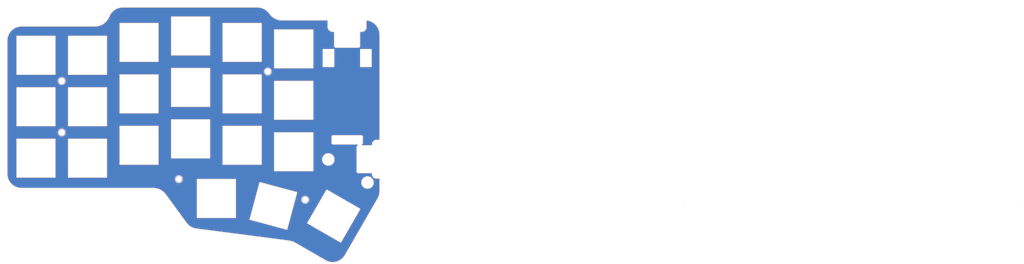
<source format=kicad_pcb>
(kicad_pcb (version 20211014) (generator pcbnew)
  (title_block (title "Crkbd") (date "2018/05/15") (rev "1.1") (company "foostan"))
  (layers (0 "F.Cu" signal) (31 "B.Cu" signal) (34 "B.Paste" user) (35 "F.Paste" user) (36 "B.SilkS" user "B.Silkscreen") (37 "F.SilkS" user "F.Silkscreen") (38 "B.Mask" user) (39 "F.Mask" user) (44 "Edge.Cuts" user))
  (net 0 "")
  (footprint "bs_custom_kicad:MountingHole_M2-clean" (layer "F.Cu") (at 113.5125 101.555)
    (fp_text reference "REF**")
    (fp_text value "M2-clean")
    (pad "" thru_hole circle (at 0 0) (size 2.5 2.5) (drill 2.3) (layers *.Cu *.Mask))
  )
  (footprint "bs_custom_kicad:MountingHole_M2-clean" (layer "F.Cu") (at 160.0825 109.165)
    (fp_text reference "REF**")
    (fp_text value "M2-clean")
    (pad "" thru_hole circle (at 0 0) (size 2.5 2.5) (drill 2.3) (layers *.Cu *.Mask))
  )
  (footprint "bs_custom_kicad:MountingHole_M2-clean" (layer "F.Cu") (at 70.3625 84.315)
    (fp_text reference "REF**")
    (fp_text value "M2-clean")
    (pad "" thru_hole circle (at 0 0) (size 2.5 2.5) (drill 2.3) (layers *.Cu *.Mask))
  )
  (footprint "bs_custom_kicad:MountingHole_M2-clean" (layer "F.Cu") (at 70.3525 65.315)
    (fp_text reference "REF**")
    (fp_text value "M2-clean")
    (pad "" thru_hole circle (at 0 0) (size 2.5 2.5) (drill 2.3) (layers *.Cu *.Mask))
  )
  (footprint "bs_custom_kicad:MountingHole_M2-clean" (layer "F.Cu") (at 146.3225 61.795)
    (fp_text reference "REF**")
    (fp_text value "M2-clean")
    (pad "" thru_hole circle (at 0 0) (size 2.5 2.5) (drill 2.3) (layers *.Cu *.Mask))
  )
  (gr_arc (start 180.165734 47.463736) (mid 180.31227 47.110094) (end 180.665986 46.963736) (layer "Edge.Cuts") (width 0.1))
  (gr_arc (start 180.69 85.49) (mid 181.043553 85.636447) (end 181.19 85.99) (layer "Edge.Cuts") (width 0.1))
  (gr_line (start 169.94 88.07) (end 169.94 85.99) (layer "Edge.Cuts") (width 0.1))
  (gr_line (start 179.71539 89.212411) (end 184.359508 89.210391) (layer "Edge.Cuts") (width 0.1))
  (gr_line (start 143.882192 44.036564) (end 143.882192 58.086564) (layer "Edge.Cuts") (width 0.1))
  (gr_line (start 162.882192 79.461564) (end 148.832192 79.461564) (layer "Edge.Cuts") (width 0.1))
  (gr_line (start 129.832192 58.086564) (end 129.832192 44.036564) (layer "Edge.Cuts") (width 0.1))
  (gr_line (start 86.882192 62.836564) (end 72.832192 62.836564) (layer "Edge.Cuts") (width 0.1))
  (gr_line (start 72.832192 67.786564) (end 86.882192 67.786564) (layer "Edge.Cuts") (width 0.1))
  (gr_arc (start 87.779302 41.423687) (mid 89.745239 38.951525) (end 92.763046 38.019142) (layer "Edge.Cuts") (width 0.1))
  (gr_line (start 91.832192 82.036564) (end 105.882192 82.036564) (layer "Edge.Cuts") (width 0.1))
  (gr_line (start 148.832192 79.461564) (end 148.832192 65.411564) (layer "Edge.Cuts") (width 0.1))
  (gr_line (start 143.882192 58.086564) (end 129.832192 58.086564) (layer "Edge.Cuts") (width 0.1))
  (gr_line (start 153.324617 120.040397) (end 139.753359 116.403989) (layer "Edge.Cuts") (width 0.1))
  (gr_arc (start 142.567472 38.019142) (mid 145.053404 38.631775) (end 146.970003 40.329369) (layer "Edge.Cuts") (width 0.1))
  (gr_line (start 156.961025 106.469139) (end 153.324617 120.040397) (layer "Edge.Cuts") (width 0.1))
  (gr_line (start 179.665734 52.826274) (end 171.415734 52.826274) (layer "Edge.Cuts") (width 0.1))
  (gr_line (start 110.832192 55.711564) (end 110.832192 41.661564) (layer "Edge.Cuts") (width 0.1))
  (gr_arc (start 174.839685 129.665077) (mid 171.592393 132.159424) (end 167.532441 131.627011) (layer "Edge.Cuts") (width 0.1))
  (gr_line (start 170.915734 52.326274) (end 170.915734 47.458572) (layer "Edge.Cuts") (width 0.1))
  (gr_line (start 156.235638 125.112421) (end 167.532441 131.627011) (layer "Edge.Cuts") (width 0.1))
  (gr_line (start 184.843988 88.830391) (end 184.843988 88.790391) (layer "Edge.Cuts") (width 0.1))
  (gr_line (start 53.832192 62.836564) (end 53.832192 48.786564) (layer "Edge.Cuts") (width 0.1))
  (gr_line (start 91.832192 63.036564) (end 105.882192 63.036564) (layer "Edge.Cuts") (width 0.1))
  (gr_circle (center 183.051192 102.806564) (end 180.951192 102.806564) (layer "Edge.Cuts") (width 0.1) (fill none))
  (gr_line (start 110.832192 74.711564) (end 110.832192 60.661564) (layer "Edge.Cuts") (width 0.1))
  (gr_line (start 182.540733 42.776196) (end 182.540437 45.364057) (layer "Edge.Cuts") (width 0.1))
  (gr_line (start 124.882192 41.661564) (end 124.882192 55.711564) (layer "Edge.Cuts") (width 0.1))
  (gr_line (start 67.882192 81.836564) (end 53.832192 81.836564) (layer "Edge.Cuts") (width 0.1))
  (gr_arc (start 171.415734 52.826274) (mid 171.062181 52.679827) (end 170.915734 52.326274) (layer "Edge.Cuts") (width 0.1))
  (gr_line (start 134.382192 115.711564) (end 120.332192 115.711564) (layer "Edge.Cuts") (width 0.1))
  (gr_line (start 143.882192 82.036564) (end 143.882192 96.086564) (layer "Edge.Cuts") (width 0.1))
  (gr_arc (start 170.415986 46.958572) (mid 170.769377 47.105107) (end 170.915734 47.458572) (layer "Edge.Cuts") (width 0.1))
  (gr_line (start 148.832192 84.411564) (end 162.882192 84.411564) (layer "Edge.Cuts") (width 0.1))
  (gr_line (start 82.516096 45.019142) (end 55.516096 45.019142) (layer "Edge.Cuts") (width 0.1))
  (gr_line (start 187.616096 101.197891) (end 186.401897 101.197891) (layer "Edge.Cuts") (width 0.1))
  (gr_line (start 139.753359 116.403989) (end 143.389767 102.832732) (layer "Edge.Cuts") (width 0.1))
  (gr_line (start 124.882192 79.661564) (end 124.882192 93.711564) (layer "Edge.Cuts") (width 0.1))
  (gr_line (start 168.540733 42.769142) (end 151.619405 42.769142) (layer "Edge.Cuts") (width 0.1))
  (gr_line (start 50.166096 50.369142) (end 50.166096 99.619142) (layer "Edge.Cuts") (width 0.1))
  (gr_line (start 168.035864 105.590236) (end 180.203521 112.615236) (layer "Edge.Cuts") (width 0.1))
  (gr_line (start 105.882192 82.036564) (end 105.882192 96.086564) (layer "Edge.Cuts") (width 0.1))
  (gr_line (start 67.882192 48.786564) (end 67.882192 62.836564) (layer "Edge.Cuts") (width 0.1))
  (gr_rect (start 166.74 53.69) (end 170.61 59.97) (layer "Edge.Cuts") (width 0.05) (fill none))
  (gr_line (start 110.832192 93.711564) (end 110.832192 79.661564) (layer "Edge.Cuts") (width 0.1))
  (gr_line (start 110.832192 60.661564) (end 124.882192 60.661564) (layer "Edge.Cuts") (width 0.1))
  (gr_line (start 67.882192 100.836564) (end 53.832192 100.836564) (layer "Edge.Cuts") (width 0.1))
  (gr_line (start 180.689999 88.570001) (end 170.44 88.57) (layer "Edge.Cuts") (width 0.1))
  (gr_line (start 86.882192 67.786564) (end 86.882192 81.836564) (layer "Edge.Cuts") (width 0.1))
  (gr_line (start 148.832192 98.461564) (end 148.832192 84.411564) (layer "Edge.Cuts") (width 0.1))
  (gr_line (start 91.832192 58.086564) (end 91.832192 44.036564) (layer "Edge.Cuts") (width 0.1))
  (gr_arc (start 182.540733 42.776196) (mid 186.145001 44.434499) (end 187.616096 48.119142) (layer "Edge.Cuts") (width 0.1))
  (gr_line (start 179.22 98.69) (end 179.21539 89.712411) (layer "Edge.Cuts") (width 0.1))
  (gr_arc (start 170.139926 46.958433) (mid 169.009077 46.489519) (end 168.540733 45.358433) (layer "Edge.Cuts") (width 0.1))
  (gr_line (start 67.882192 67.786564) (end 67.882192 81.836564) (layer "Edge.Cuts") (width 0.1))
  (gr_line (start 129.832192 96.086564) (end 129.832192 82.036564) (layer "Edge.Cuts") (width 0.1))
  (gr_line (start 143.882192 77.086564) (end 129.832192 77.086564) (layer "Edge.Cuts") (width 0.1))
  (gr_line (start 105.882192 44.036564) (end 105.882192 58.086564) (layer "Edge.Cuts") (width 0.1))
  (gr_line (start 148.832192 60.461564) (end 148.832192 46.411564) (layer "Edge.Cuts") (width 0.1))
  (gr_arc (start 180.165734 52.326274) (mid 180.019287 52.679827) (end 179.665734 52.826274) (layer "Edge.Cuts") (width 0.1))
  (gr_line (start 91.832192 44.036564) (end 105.882192 44.036564) (layer "Edge.Cuts") (width 0.1))
  (gr_line (start 86.882192 86.786564) (end 86.882192 100.836564) (layer "Edge.Cuts") (width 0.1))
  (gr_line (start 91.832192 96.086564) (end 91.832192 82.036564) (layer "Edge.Cuts") (width 0.1))
  (gr_line (start 72.832192 81.836564) (end 72.832192 67.786564) (layer "Edge.Cuts") (width 0.1))
  (gr_line (start 86.882192 81.836564) (end 72.832192 81.836564) (layer "Edge.Cuts") (width 0.1))
  (gr_line (start 129.832192 82.036564) (end 143.882192 82.036564) (layer "Edge.Cuts") (width 0.1))
  (gr_line (start 170.415986 46.958572) (end 170.139926 46.958433) (layer "Edge.Cuts") (width 0.1))
  (gr_line (start 180.203521 112.615236) (end 173.178521 124.782893) (layer "Edge.Cuts") (width 0.1))
  (gr_line (start 143.882192 63.036564) (end 143.882192 77.086564) (layer "Edge.Cuts") (width 0.1))
  (gr_line (start 142.567472 38.019142) (end 92.763046 38.019142) (layer "Edge.Cuts") (width 0.1))
  (gr_line (start 129.832192 77.086564) (end 129.832192 63.036564) (layer "Edge.Cuts") (width 0.1))
  (gr_arc (start 50.166096 50.369142) (mid 51.733074 46.58612) (end 55.516096 45.019142) (layer "Edge.Cuts") (width 0.1))
  (gr_arc (start 170.44 88.57) (mid 170.086447 88.423553) (end 169.94 88.07) (layer "Edge.Cuts") (width 0.1))
  (gr_line (start 72.832192 62.836564) (end 72.832192 48.786564) (layer "Edge.Cuts") (width 0.1))
  (gr_line (start 72.832192 86.786564) (end 86.882192 86.786564) (layer "Edge.Cuts") (width 0.1))
  (gr_line (start 53.832192 67.786564) (end 67.882192 67.786564) (layer "Edge.Cuts") (width 0.1))
  (gr_line (start 124.882192 74.711564) (end 110.832192 74.711564) (layer "Edge.Cuts") (width 0.1))
  (gr_line (start 187.616096 106.077718) (end 187.616096 101.197891) (layer "Edge.Cuts") (width 0.1))
  (gr_line (start 168.540733 45.358433) (end 168.540733 42.769142) (layer "Edge.Cuts") (width 0.1))
  (gr_arc (start 182.540437 45.364057) (mid 182.071459 46.495595) (end 180.939631 46.963874) (layer "Edge.Cuts") (width 0.1))
  (gr_arc (start 87.779302 41.423687) (mid 85.703126 44.034476) (end 82.516096 45.019142) (layer "Edge.Cuts") (width 0.1))
  (gr_line (start 129.832192 63.036564) (end 143.882192 63.036564) (layer "Edge.Cuts") (width 0.1))
  (gr_line (start 134.382192 101.661564) (end 134.382192 115.711564) (layer "Edge.Cuts") (width 0.1))
  (gr_circle (center 168.619192 94.285564) (end 166.519192 94.285564) (layer "Edge.Cuts") (width 0.1) (fill none))
  (gr_line (start 53.832192 48.786564) (end 67.882192 48.786564) (layer "Edge.Cuts") (width 0.1))
  (gr_arc (start 169.94 85.99) (mid 170.086447 85.636447) (end 170.44 85.49) (layer "Edge.Cuts") (width 0.1))
  (gr_line (start 120.332192 101.661564) (end 134.382192 101.661564) (layer "Edge.Cuts") (width 0.1))
  (gr_line (start 91.832192 77.086564) (end 91.832192 63.036564) (layer "Edge.Cuts") (width 0.1))
  (gr_line (start 184.364118 99.18798) (end 179.72 99.19) (layer "Edge.Cuts") (width 0.1))
  (gr_line (start 67.882192 62.836564) (end 53.832192 62.836564) (layer "Edge.Cuts") (width 0.1))
  (gr_line (start 53.832192 100.836564) (end 53.832192 86.786564) (layer "Edge.Cuts") (width 0.1))
  (gr_arc (start 151.619405 42.769142) (mid 148.994075 42.122155) (end 146.970003 40.329369) (layer "Edge.Cuts") (width 0.1))
  (gr_line (start 53.832192 86.786564) (end 67.882192 86.786564) (layer "Edge.Cuts") (width 0.1))
  (gr_line (start 105.882192 77.086564) (end 91.832192 77.086564) (layer "Edge.Cuts") (width 0.1))
  (gr_line (start 124.882192 60.661564) (end 124.882192 74.711564) (layer "Edge.Cuts") (width 0.1))
  (gr_arc (start 119.882875 119.935772) (mid 117.845485 119.232153) (end 116.251121 117.781623) (layer "Edge.Cuts") (width 0.1))
  (gr_line (start 162.882192 98.461564) (end 148.832192 98.461564) (layer "Edge.Cuts") (width 0.1))
  (gr_line (start 105.882192 96.086564) (end 91.832192 96.086564) (layer "Edge.Cuts") (width 0.1))
  (gr_line (start 53.832192 81.836564) (end 53.832192 67.786564) (layer "Edge.Cuts") (width 0.1))
  (gr_line (start 187.616096 87.201768) (end 187.616096 48.119142) (layer "Edge.Cuts") (width 0.1))
  (gr_line (start 55.516096 104.969142) (end 104.040255 104.969142) (layer "Edge.Cuts") (width 0.1))
  (gr_curve (pts (xy 424.925367 111.394368) (xy 424.925367 111.394368) (xy 424.925367 111.394368) (xy 424.925367 111.394368)) (layer "Edge.Cuts") (width 0.2))
  (gr_line (start 162.882192 84.411564) (end 162.882192 98.461564) (layer "Edge.Cuts") (width 0.1))
  (gr_arc (start 184.843988 88.790391) (mid 185.285729 87.669814) (end 186.395885 87.2025) (layer "Edge.Cuts") (width 0.1))
  (gr_line (start 180.939631 46.963874) (end 180.665986 46.963736) (layer "Edge.Cuts") (width 0.1))
  (gr_line (start 120.332192 115.711564) (end 120.332192 101.661564) (layer "Edge.Cuts") (width 0.1))
  (gr_line (start 187.616096 87.201768) (end 186.402901 87.2025) (layer "Edge.Cuts") (width 0.1))
  (gr_line (start 86.882192 48.786564) (end 86.882192 62.836564) (layer "Edge.Cuts") (width 0.1))
  (gr_line (start 161.010864 117.757893) (end 168.035864 105.590236) (layer "Edge.Cuts") (width 0.1))
  (gr_line (start 143.389767 102.832732) (end 156.961025 106.469139) (layer "Edge.Cuts") (width 0.1))
  (gr_rect (start 180.54 53.69) (end 184.41 59.97) (layer "Edge.Cuts") (width 0.05) (fill none))
  (gr_line (start 180.165734 47.463736) (end 180.165734 52.326274) (layer "Edge.Cuts") (width 0.1))
  (gr_line (start 67.882192 86.786564) (end 67.882192 100.836564) (layer "Edge.Cuts") (width 0.1))
  (gr_arc (start 187.616096 106.077718) (mid 187.434149 107.461092) (end 186.900685 108.750373) (layer "Edge.Cuts") (width 0.1))
  (gr_line (start 162.882192 65.411564) (end 162.882192 79.461564) (layer "Edge.Cuts") (width 0.1))
  (gr_line (start 119.882875 119.935772) (end 154.143842 124.404346) (layer "Edge.Cuts") (width 0.1))
  (gr_line (start 184.85 99.61) (end 184.85 99.57) (layer "Edge.Cuts") (width 0.1))
  (gr_arc (start 154.143842 124.404346) (mid 155.224672 124.655187) (end 156.235638 125.112421) (layer "Edge.Cuts") (width 0.1))
  (gr_arc (start 184.364118 99.18798) (mid 184.673157 99.294921) (end 184.85 99.57) (layer "Edge.Cuts") (width 0.1))
  (gr_line (start 124.882192 55.711564) (end 110.832192 55.711564) (layer "Edge.Cuts") (width 0.1))
  (gr_line (start 148.832192 65.411564) (end 162.882192 65.411564) (layer "Edge.Cuts") (width 0.1))
  (gr_arc (start 181.189999 88.070001) (mid 181.043552 88.423554) (end 180.689999 88.570001) (layer "Edge.Cuts") (width 0.1))
  (gr_arc (start 179.72 99.19) (mid 179.366447 99.043553) (end 179.22 98.69) (layer "Edge.Cuts") (width 0.1))
  (gr_line (start 72.832192 48.786564) (end 86.882192 48.786564) (layer "Edge.Cuts") (width 0.1))
  (gr_line (start 174.839685 129.665077) (end 186.900685 108.750373) (layer "Edge.Cuts") (width 0.1))
  (gr_line (start 108.606386 107.291537) (end 116.251121 117.781623) (layer "Edge.Cuts") (width 0.1))
  (gr_line (start 110.832192 41.661564) (end 124.882192 41.661564) (layer "Edge.Cuts") (width 0.1))
  (gr_arc (start 55.516096 104.969142) (mid 51.733074 103.402164) (end 50.166096 99.619142) (layer "Edge.Cuts") (width 0.1))
  (gr_line (start 162.882192 46.411564) (end 162.882192 60.461564) (layer "Edge.Cuts") (width 0.1))
  (gr_arc (start 186.401897 101.197891) (mid 185.291741 100.730577) (end 184.85 99.61) (layer "Edge.Cuts") (width 0.1))
  (gr_line (start 181.19 85.99) (end 181.189999 88.070001) (layer "Edge.Cuts") (width 0.1))
  (gr_line (start 124.882192 93.711564) (end 110.832192 93.711564) (layer "Edge.Cuts") (width 0.1))
  (gr_curve (pts (xy 299.411433 111.386368) (xy 299.411433 111.386368) (xy 299.411433 111.386368) (xy 299.411433 111.386368)) (layer "Edge.Cuts") (width 0.2))
  (gr_line (start 148.832192 46.411564) (end 162.882192 46.411564) (layer "Edge.Cuts") (width 0.1))
  (gr_line (start 105.882192 63.036564) (end 105.882192 77.086564) (layer "Edge.Cuts") (width 0.1))
  (gr_arc (start 104.040255 104.969142) (mid 106.601654 105.583099) (end 108.606386 107.291537) (layer "Edge.Cuts") (width 0.1))
  (gr_line (start 143.882192 96.086564) (end 129.832192 96.086564) (layer "Edge.Cuts") (width 0.1))
  (gr_line (start 170.44 85.49) (end 180.69 85.49) (layer "Edge.Cuts") (width 0.1))
  (gr_line (start 110.832192 79.661564) (end 124.882192 79.661564) (layer "Edge.Cuts") (width 0.1))
  (gr_line (start 105.882192 58.086564) (end 91.832192 58.086564) (layer "Edge.Cuts") (width 0.1))
  (gr_line (start 162.882192 60.461564) (end 148.832192 60.461564) (layer "Edge.Cuts") (width 0.1))
  (gr_arc (start 179.21539 89.712411) (mid 179.361837 89.358858) (end 179.71539 89.212411) (layer "Edge.Cuts") (width 0.1))
  (gr_line (start 173.178521 124.782893) (end 161.010864 117.757893) (layer "Edge.Cuts") (width 0.1))
  (gr_line (start 86.882192 100.836564) (end 72.832192 100.836564) (layer "Edge.Cuts") (width 0.1))
  (gr_line (start 72.832192 100.836564) (end 72.832192 86.786564) (layer "Edge.Cuts") (width 0.1))
  (gr_line (start 129.832192 44.036564) (end 143.882192 44.036564) (layer "Edge.Cuts") (width 0.1))
  (gr_arc (start 184.843988 88.830391) (mid 184.667145 89.10547) (end 184.358106 89.212411) (layer "Edge.Cuts") (width 0.1))
  (zone (net 0) (net_name "") (layers F&B.Cu) (connect_pads (clearance 0.254)) (min_thickness 0.254) (fill yes (thermal_gap 0.508) (thermal_bridge_width 0.508))
    (polygon (pts (xy 196.6 132.9) (xy 129.1 132.9) (xy 103.8 107.6) (xy 47.6 107.6) (xy 47.6 35.4) (xy 196.6 35.4)))
  )
)
</source>
